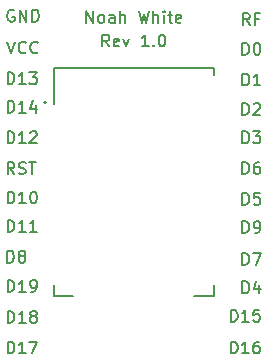
<source format=gbr>
%TF.GenerationSoftware,KiCad,Pcbnew,(6.0.10)*%
%TF.CreationDate,2023-04-04T20:58:11-04:00*%
%TF.ProjectId,xbee_breakout,78626565-5f62-4726-9561-6b6f75742e6b,rev?*%
%TF.SameCoordinates,Original*%
%TF.FileFunction,Legend,Top*%
%TF.FilePolarity,Positive*%
%FSLAX46Y46*%
G04 Gerber Fmt 4.6, Leading zero omitted, Abs format (unit mm)*
G04 Created by KiCad (PCBNEW (6.0.10)) date 2023-04-04 20:58:11*
%MOMM*%
%LPD*%
G01*
G04 APERTURE LIST*
%ADD10C,0.150000*%
%ADD11C,0.127000*%
%ADD12C,0.200000*%
G04 APERTURE END LIST*
D10*
X135088571Y-27852380D02*
X134755238Y-27376190D01*
X134517142Y-27852380D02*
X134517142Y-26852380D01*
X134898095Y-26852380D01*
X134993333Y-26900000D01*
X135040952Y-26947619D01*
X135088571Y-27042857D01*
X135088571Y-27185714D01*
X135040952Y-27280952D01*
X134993333Y-27328571D01*
X134898095Y-27376190D01*
X134517142Y-27376190D01*
X135898095Y-27804761D02*
X135802857Y-27852380D01*
X135612380Y-27852380D01*
X135517142Y-27804761D01*
X135469523Y-27709523D01*
X135469523Y-27328571D01*
X135517142Y-27233333D01*
X135612380Y-27185714D01*
X135802857Y-27185714D01*
X135898095Y-27233333D01*
X135945714Y-27328571D01*
X135945714Y-27423809D01*
X135469523Y-27519047D01*
X136279047Y-27185714D02*
X136517142Y-27852380D01*
X136755238Y-27185714D01*
X138421904Y-27852380D02*
X137850476Y-27852380D01*
X138136190Y-27852380D02*
X138136190Y-26852380D01*
X138040952Y-26995238D01*
X137945714Y-27090476D01*
X137850476Y-27138095D01*
X138850476Y-27757142D02*
X138898095Y-27804761D01*
X138850476Y-27852380D01*
X138802857Y-27804761D01*
X138850476Y-27757142D01*
X138850476Y-27852380D01*
X139517142Y-26852380D02*
X139612380Y-26852380D01*
X139707619Y-26900000D01*
X139755238Y-26947619D01*
X139802857Y-27042857D01*
X139850476Y-27233333D01*
X139850476Y-27471428D01*
X139802857Y-27661904D01*
X139755238Y-27757142D01*
X139707619Y-27804761D01*
X139612380Y-27852380D01*
X139517142Y-27852380D01*
X139421904Y-27804761D01*
X139374285Y-27757142D01*
X139326666Y-27661904D01*
X139279047Y-27471428D01*
X139279047Y-27233333D01*
X139326666Y-27042857D01*
X139374285Y-26947619D01*
X139421904Y-26900000D01*
X139517142Y-26852380D01*
X133160000Y-25852380D02*
X133160000Y-24852380D01*
X133731428Y-25852380D01*
X133731428Y-24852380D01*
X134350476Y-25852380D02*
X134255238Y-25804761D01*
X134207619Y-25757142D01*
X134160000Y-25661904D01*
X134160000Y-25376190D01*
X134207619Y-25280952D01*
X134255238Y-25233333D01*
X134350476Y-25185714D01*
X134493333Y-25185714D01*
X134588571Y-25233333D01*
X134636190Y-25280952D01*
X134683809Y-25376190D01*
X134683809Y-25661904D01*
X134636190Y-25757142D01*
X134588571Y-25804761D01*
X134493333Y-25852380D01*
X134350476Y-25852380D01*
X135540952Y-25852380D02*
X135540952Y-25328571D01*
X135493333Y-25233333D01*
X135398095Y-25185714D01*
X135207619Y-25185714D01*
X135112380Y-25233333D01*
X135540952Y-25804761D02*
X135445714Y-25852380D01*
X135207619Y-25852380D01*
X135112380Y-25804761D01*
X135064761Y-25709523D01*
X135064761Y-25614285D01*
X135112380Y-25519047D01*
X135207619Y-25471428D01*
X135445714Y-25471428D01*
X135540952Y-25423809D01*
X136017142Y-25852380D02*
X136017142Y-24852380D01*
X136445714Y-25852380D02*
X136445714Y-25328571D01*
X136398095Y-25233333D01*
X136302857Y-25185714D01*
X136160000Y-25185714D01*
X136064761Y-25233333D01*
X136017142Y-25280952D01*
X137588571Y-24852380D02*
X137826666Y-25852380D01*
X138017142Y-25138095D01*
X138207619Y-25852380D01*
X138445714Y-24852380D01*
X138826666Y-25852380D02*
X138826666Y-24852380D01*
X139255238Y-25852380D02*
X139255238Y-25328571D01*
X139207619Y-25233333D01*
X139112380Y-25185714D01*
X138969523Y-25185714D01*
X138874285Y-25233333D01*
X138826666Y-25280952D01*
X139731428Y-25852380D02*
X139731428Y-25185714D01*
X139731428Y-24852380D02*
X139683809Y-24900000D01*
X139731428Y-24947619D01*
X139779047Y-24900000D01*
X139731428Y-24852380D01*
X139731428Y-24947619D01*
X140064761Y-25185714D02*
X140445714Y-25185714D01*
X140207619Y-24852380D02*
X140207619Y-25709523D01*
X140255238Y-25804761D01*
X140350476Y-25852380D01*
X140445714Y-25852380D01*
X141160000Y-25804761D02*
X141064761Y-25852380D01*
X140874285Y-25852380D01*
X140779047Y-25804761D01*
X140731428Y-25709523D01*
X140731428Y-25328571D01*
X140779047Y-25233333D01*
X140874285Y-25185714D01*
X141064761Y-25185714D01*
X141160000Y-25233333D01*
X141207619Y-25328571D01*
X141207619Y-25423809D01*
X140731428Y-25519047D01*
X145385714Y-53852380D02*
X145385714Y-52852380D01*
X145623809Y-52852380D01*
X145766666Y-52900000D01*
X145861904Y-52995238D01*
X145909523Y-53090476D01*
X145957142Y-53280952D01*
X145957142Y-53423809D01*
X145909523Y-53614285D01*
X145861904Y-53709523D01*
X145766666Y-53804761D01*
X145623809Y-53852380D01*
X145385714Y-53852380D01*
X146909523Y-53852380D02*
X146338095Y-53852380D01*
X146623809Y-53852380D02*
X146623809Y-52852380D01*
X146528571Y-52995238D01*
X146433333Y-53090476D01*
X146338095Y-53138095D01*
X147766666Y-52852380D02*
X147576190Y-52852380D01*
X147480952Y-52900000D01*
X147433333Y-52947619D01*
X147338095Y-53090476D01*
X147290476Y-53280952D01*
X147290476Y-53661904D01*
X147338095Y-53757142D01*
X147385714Y-53804761D01*
X147480952Y-53852380D01*
X147671428Y-53852380D01*
X147766666Y-53804761D01*
X147814285Y-53757142D01*
X147861904Y-53661904D01*
X147861904Y-53423809D01*
X147814285Y-53328571D01*
X147766666Y-53280952D01*
X147671428Y-53233333D01*
X147480952Y-53233333D01*
X147385714Y-53280952D01*
X147338095Y-53328571D01*
X147290476Y-53423809D01*
X145385714Y-51152380D02*
X145385714Y-50152380D01*
X145623809Y-50152380D01*
X145766666Y-50200000D01*
X145861904Y-50295238D01*
X145909523Y-50390476D01*
X145957142Y-50580952D01*
X145957142Y-50723809D01*
X145909523Y-50914285D01*
X145861904Y-51009523D01*
X145766666Y-51104761D01*
X145623809Y-51152380D01*
X145385714Y-51152380D01*
X146909523Y-51152380D02*
X146338095Y-51152380D01*
X146623809Y-51152380D02*
X146623809Y-50152380D01*
X146528571Y-50295238D01*
X146433333Y-50390476D01*
X146338095Y-50438095D01*
X147814285Y-50152380D02*
X147338095Y-50152380D01*
X147290476Y-50628571D01*
X147338095Y-50580952D01*
X147433333Y-50533333D01*
X147671428Y-50533333D01*
X147766666Y-50580952D01*
X147814285Y-50628571D01*
X147861904Y-50723809D01*
X147861904Y-50961904D01*
X147814285Y-51057142D01*
X147766666Y-51104761D01*
X147671428Y-51152380D01*
X147433333Y-51152380D01*
X147338095Y-51104761D01*
X147290476Y-51057142D01*
X146361904Y-48752380D02*
X146361904Y-47752380D01*
X146600000Y-47752380D01*
X146742857Y-47800000D01*
X146838095Y-47895238D01*
X146885714Y-47990476D01*
X146933333Y-48180952D01*
X146933333Y-48323809D01*
X146885714Y-48514285D01*
X146838095Y-48609523D01*
X146742857Y-48704761D01*
X146600000Y-48752380D01*
X146361904Y-48752380D01*
X147790476Y-48085714D02*
X147790476Y-48752380D01*
X147552380Y-47704761D02*
X147314285Y-48419047D01*
X147933333Y-48419047D01*
X146361904Y-46352380D02*
X146361904Y-45352380D01*
X146600000Y-45352380D01*
X146742857Y-45400000D01*
X146838095Y-45495238D01*
X146885714Y-45590476D01*
X146933333Y-45780952D01*
X146933333Y-45923809D01*
X146885714Y-46114285D01*
X146838095Y-46209523D01*
X146742857Y-46304761D01*
X146600000Y-46352380D01*
X146361904Y-46352380D01*
X147266666Y-45352380D02*
X147933333Y-45352380D01*
X147504761Y-46352380D01*
X146361904Y-43652380D02*
X146361904Y-42652380D01*
X146600000Y-42652380D01*
X146742857Y-42700000D01*
X146838095Y-42795238D01*
X146885714Y-42890476D01*
X146933333Y-43080952D01*
X146933333Y-43223809D01*
X146885714Y-43414285D01*
X146838095Y-43509523D01*
X146742857Y-43604761D01*
X146600000Y-43652380D01*
X146361904Y-43652380D01*
X147409523Y-43652380D02*
X147600000Y-43652380D01*
X147695238Y-43604761D01*
X147742857Y-43557142D01*
X147838095Y-43414285D01*
X147885714Y-43223809D01*
X147885714Y-42842857D01*
X147838095Y-42747619D01*
X147790476Y-42700000D01*
X147695238Y-42652380D01*
X147504761Y-42652380D01*
X147409523Y-42700000D01*
X147361904Y-42747619D01*
X147314285Y-42842857D01*
X147314285Y-43080952D01*
X147361904Y-43176190D01*
X147409523Y-43223809D01*
X147504761Y-43271428D01*
X147695238Y-43271428D01*
X147790476Y-43223809D01*
X147838095Y-43176190D01*
X147885714Y-43080952D01*
X146361904Y-41252380D02*
X146361904Y-40252380D01*
X146600000Y-40252380D01*
X146742857Y-40300000D01*
X146838095Y-40395238D01*
X146885714Y-40490476D01*
X146933333Y-40680952D01*
X146933333Y-40823809D01*
X146885714Y-41014285D01*
X146838095Y-41109523D01*
X146742857Y-41204761D01*
X146600000Y-41252380D01*
X146361904Y-41252380D01*
X147838095Y-40252380D02*
X147361904Y-40252380D01*
X147314285Y-40728571D01*
X147361904Y-40680952D01*
X147457142Y-40633333D01*
X147695238Y-40633333D01*
X147790476Y-40680952D01*
X147838095Y-40728571D01*
X147885714Y-40823809D01*
X147885714Y-41061904D01*
X147838095Y-41157142D01*
X147790476Y-41204761D01*
X147695238Y-41252380D01*
X147457142Y-41252380D01*
X147361904Y-41204761D01*
X147314285Y-41157142D01*
X146361904Y-38652380D02*
X146361904Y-37652380D01*
X146600000Y-37652380D01*
X146742857Y-37700000D01*
X146838095Y-37795238D01*
X146885714Y-37890476D01*
X146933333Y-38080952D01*
X146933333Y-38223809D01*
X146885714Y-38414285D01*
X146838095Y-38509523D01*
X146742857Y-38604761D01*
X146600000Y-38652380D01*
X146361904Y-38652380D01*
X147790476Y-37652380D02*
X147600000Y-37652380D01*
X147504761Y-37700000D01*
X147457142Y-37747619D01*
X147361904Y-37890476D01*
X147314285Y-38080952D01*
X147314285Y-38461904D01*
X147361904Y-38557142D01*
X147409523Y-38604761D01*
X147504761Y-38652380D01*
X147695238Y-38652380D01*
X147790476Y-38604761D01*
X147838095Y-38557142D01*
X147885714Y-38461904D01*
X147885714Y-38223809D01*
X147838095Y-38128571D01*
X147790476Y-38080952D01*
X147695238Y-38033333D01*
X147504761Y-38033333D01*
X147409523Y-38080952D01*
X147361904Y-38128571D01*
X147314285Y-38223809D01*
X146361904Y-36052380D02*
X146361904Y-35052380D01*
X146600000Y-35052380D01*
X146742857Y-35100000D01*
X146838095Y-35195238D01*
X146885714Y-35290476D01*
X146933333Y-35480952D01*
X146933333Y-35623809D01*
X146885714Y-35814285D01*
X146838095Y-35909523D01*
X146742857Y-36004761D01*
X146600000Y-36052380D01*
X146361904Y-36052380D01*
X147266666Y-35052380D02*
X147885714Y-35052380D01*
X147552380Y-35433333D01*
X147695238Y-35433333D01*
X147790476Y-35480952D01*
X147838095Y-35528571D01*
X147885714Y-35623809D01*
X147885714Y-35861904D01*
X147838095Y-35957142D01*
X147790476Y-36004761D01*
X147695238Y-36052380D01*
X147409523Y-36052380D01*
X147314285Y-36004761D01*
X147266666Y-35957142D01*
X146361904Y-33652380D02*
X146361904Y-32652380D01*
X146600000Y-32652380D01*
X146742857Y-32700000D01*
X146838095Y-32795238D01*
X146885714Y-32890476D01*
X146933333Y-33080952D01*
X146933333Y-33223809D01*
X146885714Y-33414285D01*
X146838095Y-33509523D01*
X146742857Y-33604761D01*
X146600000Y-33652380D01*
X146361904Y-33652380D01*
X147314285Y-32747619D02*
X147361904Y-32700000D01*
X147457142Y-32652380D01*
X147695238Y-32652380D01*
X147790476Y-32700000D01*
X147838095Y-32747619D01*
X147885714Y-32842857D01*
X147885714Y-32938095D01*
X147838095Y-33080952D01*
X147266666Y-33652380D01*
X147885714Y-33652380D01*
X146361904Y-31152380D02*
X146361904Y-30152380D01*
X146600000Y-30152380D01*
X146742857Y-30200000D01*
X146838095Y-30295238D01*
X146885714Y-30390476D01*
X146933333Y-30580952D01*
X146933333Y-30723809D01*
X146885714Y-30914285D01*
X146838095Y-31009523D01*
X146742857Y-31104761D01*
X146600000Y-31152380D01*
X146361904Y-31152380D01*
X147885714Y-31152380D02*
X147314285Y-31152380D01*
X147600000Y-31152380D02*
X147600000Y-30152380D01*
X147504761Y-30295238D01*
X147409523Y-30390476D01*
X147314285Y-30438095D01*
X146361904Y-28552380D02*
X146361904Y-27552380D01*
X146600000Y-27552380D01*
X146742857Y-27600000D01*
X146838095Y-27695238D01*
X146885714Y-27790476D01*
X146933333Y-27980952D01*
X146933333Y-28123809D01*
X146885714Y-28314285D01*
X146838095Y-28409523D01*
X146742857Y-28504761D01*
X146600000Y-28552380D01*
X146361904Y-28552380D01*
X147552380Y-27552380D02*
X147647619Y-27552380D01*
X147742857Y-27600000D01*
X147790476Y-27647619D01*
X147838095Y-27742857D01*
X147885714Y-27933333D01*
X147885714Y-28171428D01*
X147838095Y-28361904D01*
X147790476Y-28457142D01*
X147742857Y-28504761D01*
X147647619Y-28552380D01*
X147552380Y-28552380D01*
X147457142Y-28504761D01*
X147409523Y-28457142D01*
X147361904Y-28361904D01*
X147314285Y-28171428D01*
X147314285Y-27933333D01*
X147361904Y-27742857D01*
X147409523Y-27647619D01*
X147457142Y-27600000D01*
X147552380Y-27552380D01*
X146980952Y-26052380D02*
X146647619Y-25576190D01*
X146409523Y-26052380D02*
X146409523Y-25052380D01*
X146790476Y-25052380D01*
X146885714Y-25100000D01*
X146933333Y-25147619D01*
X146980952Y-25242857D01*
X146980952Y-25385714D01*
X146933333Y-25480952D01*
X146885714Y-25528571D01*
X146790476Y-25576190D01*
X146409523Y-25576190D01*
X147742857Y-25528571D02*
X147409523Y-25528571D01*
X147409523Y-26052380D02*
X147409523Y-25052380D01*
X147885714Y-25052380D01*
X126485714Y-53852380D02*
X126485714Y-52852380D01*
X126723809Y-52852380D01*
X126866666Y-52900000D01*
X126961904Y-52995238D01*
X127009523Y-53090476D01*
X127057142Y-53280952D01*
X127057142Y-53423809D01*
X127009523Y-53614285D01*
X126961904Y-53709523D01*
X126866666Y-53804761D01*
X126723809Y-53852380D01*
X126485714Y-53852380D01*
X128009523Y-53852380D02*
X127438095Y-53852380D01*
X127723809Y-53852380D02*
X127723809Y-52852380D01*
X127628571Y-52995238D01*
X127533333Y-53090476D01*
X127438095Y-53138095D01*
X128342857Y-52852380D02*
X129009523Y-52852380D01*
X128580952Y-53852380D01*
X126485714Y-51252380D02*
X126485714Y-50252380D01*
X126723809Y-50252380D01*
X126866666Y-50300000D01*
X126961904Y-50395238D01*
X127009523Y-50490476D01*
X127057142Y-50680952D01*
X127057142Y-50823809D01*
X127009523Y-51014285D01*
X126961904Y-51109523D01*
X126866666Y-51204761D01*
X126723809Y-51252380D01*
X126485714Y-51252380D01*
X128009523Y-51252380D02*
X127438095Y-51252380D01*
X127723809Y-51252380D02*
X127723809Y-50252380D01*
X127628571Y-50395238D01*
X127533333Y-50490476D01*
X127438095Y-50538095D01*
X128580952Y-50680952D02*
X128485714Y-50633333D01*
X128438095Y-50585714D01*
X128390476Y-50490476D01*
X128390476Y-50442857D01*
X128438095Y-50347619D01*
X128485714Y-50300000D01*
X128580952Y-50252380D01*
X128771428Y-50252380D01*
X128866666Y-50300000D01*
X128914285Y-50347619D01*
X128961904Y-50442857D01*
X128961904Y-50490476D01*
X128914285Y-50585714D01*
X128866666Y-50633333D01*
X128771428Y-50680952D01*
X128580952Y-50680952D01*
X128485714Y-50728571D01*
X128438095Y-50776190D01*
X128390476Y-50871428D01*
X128390476Y-51061904D01*
X128438095Y-51157142D01*
X128485714Y-51204761D01*
X128580952Y-51252380D01*
X128771428Y-51252380D01*
X128866666Y-51204761D01*
X128914285Y-51157142D01*
X128961904Y-51061904D01*
X128961904Y-50871428D01*
X128914285Y-50776190D01*
X128866666Y-50728571D01*
X128771428Y-50680952D01*
X126485714Y-48652380D02*
X126485714Y-47652380D01*
X126723809Y-47652380D01*
X126866666Y-47700000D01*
X126961904Y-47795238D01*
X127009523Y-47890476D01*
X127057142Y-48080952D01*
X127057142Y-48223809D01*
X127009523Y-48414285D01*
X126961904Y-48509523D01*
X126866666Y-48604761D01*
X126723809Y-48652380D01*
X126485714Y-48652380D01*
X128009523Y-48652380D02*
X127438095Y-48652380D01*
X127723809Y-48652380D02*
X127723809Y-47652380D01*
X127628571Y-47795238D01*
X127533333Y-47890476D01*
X127438095Y-47938095D01*
X128485714Y-48652380D02*
X128676190Y-48652380D01*
X128771428Y-48604761D01*
X128819047Y-48557142D01*
X128914285Y-48414285D01*
X128961904Y-48223809D01*
X128961904Y-47842857D01*
X128914285Y-47747619D01*
X128866666Y-47700000D01*
X128771428Y-47652380D01*
X128580952Y-47652380D01*
X128485714Y-47700000D01*
X128438095Y-47747619D01*
X128390476Y-47842857D01*
X128390476Y-48080952D01*
X128438095Y-48176190D01*
X128485714Y-48223809D01*
X128580952Y-48271428D01*
X128771428Y-48271428D01*
X128866666Y-48223809D01*
X128914285Y-48176190D01*
X128961904Y-48080952D01*
X126461904Y-46152380D02*
X126461904Y-45152380D01*
X126700000Y-45152380D01*
X126842857Y-45200000D01*
X126938095Y-45295238D01*
X126985714Y-45390476D01*
X127033333Y-45580952D01*
X127033333Y-45723809D01*
X126985714Y-45914285D01*
X126938095Y-46009523D01*
X126842857Y-46104761D01*
X126700000Y-46152380D01*
X126461904Y-46152380D01*
X127604761Y-45580952D02*
X127509523Y-45533333D01*
X127461904Y-45485714D01*
X127414285Y-45390476D01*
X127414285Y-45342857D01*
X127461904Y-45247619D01*
X127509523Y-45200000D01*
X127604761Y-45152380D01*
X127795238Y-45152380D01*
X127890476Y-45200000D01*
X127938095Y-45247619D01*
X127985714Y-45342857D01*
X127985714Y-45390476D01*
X127938095Y-45485714D01*
X127890476Y-45533333D01*
X127795238Y-45580952D01*
X127604761Y-45580952D01*
X127509523Y-45628571D01*
X127461904Y-45676190D01*
X127414285Y-45771428D01*
X127414285Y-45961904D01*
X127461904Y-46057142D01*
X127509523Y-46104761D01*
X127604761Y-46152380D01*
X127795238Y-46152380D01*
X127890476Y-46104761D01*
X127938095Y-46057142D01*
X127985714Y-45961904D01*
X127985714Y-45771428D01*
X127938095Y-45676190D01*
X127890476Y-45628571D01*
X127795238Y-45580952D01*
X126485714Y-43552380D02*
X126485714Y-42552380D01*
X126723809Y-42552380D01*
X126866666Y-42600000D01*
X126961904Y-42695238D01*
X127009523Y-42790476D01*
X127057142Y-42980952D01*
X127057142Y-43123809D01*
X127009523Y-43314285D01*
X126961904Y-43409523D01*
X126866666Y-43504761D01*
X126723809Y-43552380D01*
X126485714Y-43552380D01*
X128009523Y-43552380D02*
X127438095Y-43552380D01*
X127723809Y-43552380D02*
X127723809Y-42552380D01*
X127628571Y-42695238D01*
X127533333Y-42790476D01*
X127438095Y-42838095D01*
X128961904Y-43552380D02*
X128390476Y-43552380D01*
X128676190Y-43552380D02*
X128676190Y-42552380D01*
X128580952Y-42695238D01*
X128485714Y-42790476D01*
X128390476Y-42838095D01*
X126485714Y-41152380D02*
X126485714Y-40152380D01*
X126723809Y-40152380D01*
X126866666Y-40200000D01*
X126961904Y-40295238D01*
X127009523Y-40390476D01*
X127057142Y-40580952D01*
X127057142Y-40723809D01*
X127009523Y-40914285D01*
X126961904Y-41009523D01*
X126866666Y-41104761D01*
X126723809Y-41152380D01*
X126485714Y-41152380D01*
X128009523Y-41152380D02*
X127438095Y-41152380D01*
X127723809Y-41152380D02*
X127723809Y-40152380D01*
X127628571Y-40295238D01*
X127533333Y-40390476D01*
X127438095Y-40438095D01*
X128628571Y-40152380D02*
X128723809Y-40152380D01*
X128819047Y-40200000D01*
X128866666Y-40247619D01*
X128914285Y-40342857D01*
X128961904Y-40533333D01*
X128961904Y-40771428D01*
X128914285Y-40961904D01*
X128866666Y-41057142D01*
X128819047Y-41104761D01*
X128723809Y-41152380D01*
X128628571Y-41152380D01*
X128533333Y-41104761D01*
X128485714Y-41057142D01*
X128438095Y-40961904D01*
X128390476Y-40771428D01*
X128390476Y-40533333D01*
X128438095Y-40342857D01*
X128485714Y-40247619D01*
X128533333Y-40200000D01*
X128628571Y-40152380D01*
X127052380Y-38652380D02*
X126719047Y-38176190D01*
X126480952Y-38652380D02*
X126480952Y-37652380D01*
X126861904Y-37652380D01*
X126957142Y-37700000D01*
X127004761Y-37747619D01*
X127052380Y-37842857D01*
X127052380Y-37985714D01*
X127004761Y-38080952D01*
X126957142Y-38128571D01*
X126861904Y-38176190D01*
X126480952Y-38176190D01*
X127433333Y-38604761D02*
X127576190Y-38652380D01*
X127814285Y-38652380D01*
X127909523Y-38604761D01*
X127957142Y-38557142D01*
X128004761Y-38461904D01*
X128004761Y-38366666D01*
X127957142Y-38271428D01*
X127909523Y-38223809D01*
X127814285Y-38176190D01*
X127623809Y-38128571D01*
X127528571Y-38080952D01*
X127480952Y-38033333D01*
X127433333Y-37938095D01*
X127433333Y-37842857D01*
X127480952Y-37747619D01*
X127528571Y-37700000D01*
X127623809Y-37652380D01*
X127861904Y-37652380D01*
X128004761Y-37700000D01*
X128290476Y-37652380D02*
X128861904Y-37652380D01*
X128576190Y-38652380D02*
X128576190Y-37652380D01*
X126485714Y-36052380D02*
X126485714Y-35052380D01*
X126723809Y-35052380D01*
X126866666Y-35100000D01*
X126961904Y-35195238D01*
X127009523Y-35290476D01*
X127057142Y-35480952D01*
X127057142Y-35623809D01*
X127009523Y-35814285D01*
X126961904Y-35909523D01*
X126866666Y-36004761D01*
X126723809Y-36052380D01*
X126485714Y-36052380D01*
X128009523Y-36052380D02*
X127438095Y-36052380D01*
X127723809Y-36052380D02*
X127723809Y-35052380D01*
X127628571Y-35195238D01*
X127533333Y-35290476D01*
X127438095Y-35338095D01*
X128390476Y-35147619D02*
X128438095Y-35100000D01*
X128533333Y-35052380D01*
X128771428Y-35052380D01*
X128866666Y-35100000D01*
X128914285Y-35147619D01*
X128961904Y-35242857D01*
X128961904Y-35338095D01*
X128914285Y-35480952D01*
X128342857Y-36052380D01*
X128961904Y-36052380D01*
X126485714Y-33452380D02*
X126485714Y-32452380D01*
X126723809Y-32452380D01*
X126866666Y-32500000D01*
X126961904Y-32595238D01*
X127009523Y-32690476D01*
X127057142Y-32880952D01*
X127057142Y-33023809D01*
X127009523Y-33214285D01*
X126961904Y-33309523D01*
X126866666Y-33404761D01*
X126723809Y-33452380D01*
X126485714Y-33452380D01*
X128009523Y-33452380D02*
X127438095Y-33452380D01*
X127723809Y-33452380D02*
X127723809Y-32452380D01*
X127628571Y-32595238D01*
X127533333Y-32690476D01*
X127438095Y-32738095D01*
X128866666Y-32785714D02*
X128866666Y-33452380D01*
X128628571Y-32404761D02*
X128390476Y-33119047D01*
X129009523Y-33119047D01*
X126485714Y-31052380D02*
X126485714Y-30052380D01*
X126723809Y-30052380D01*
X126866666Y-30100000D01*
X126961904Y-30195238D01*
X127009523Y-30290476D01*
X127057142Y-30480952D01*
X127057142Y-30623809D01*
X127009523Y-30814285D01*
X126961904Y-30909523D01*
X126866666Y-31004761D01*
X126723809Y-31052380D01*
X126485714Y-31052380D01*
X128009523Y-31052380D02*
X127438095Y-31052380D01*
X127723809Y-31052380D02*
X127723809Y-30052380D01*
X127628571Y-30195238D01*
X127533333Y-30290476D01*
X127438095Y-30338095D01*
X128342857Y-30052380D02*
X128961904Y-30052380D01*
X128628571Y-30433333D01*
X128771428Y-30433333D01*
X128866666Y-30480952D01*
X128914285Y-30528571D01*
X128961904Y-30623809D01*
X128961904Y-30861904D01*
X128914285Y-30957142D01*
X128866666Y-31004761D01*
X128771428Y-31052380D01*
X128485714Y-31052380D01*
X128390476Y-31004761D01*
X128342857Y-30957142D01*
X126466666Y-27452380D02*
X126800000Y-28452380D01*
X127133333Y-27452380D01*
X128038095Y-28357142D02*
X127990476Y-28404761D01*
X127847619Y-28452380D01*
X127752380Y-28452380D01*
X127609523Y-28404761D01*
X127514285Y-28309523D01*
X127466666Y-28214285D01*
X127419047Y-28023809D01*
X127419047Y-27880952D01*
X127466666Y-27690476D01*
X127514285Y-27595238D01*
X127609523Y-27500000D01*
X127752380Y-27452380D01*
X127847619Y-27452380D01*
X127990476Y-27500000D01*
X128038095Y-27547619D01*
X129038095Y-28357142D02*
X128990476Y-28404761D01*
X128847619Y-28452380D01*
X128752380Y-28452380D01*
X128609523Y-28404761D01*
X128514285Y-28309523D01*
X128466666Y-28214285D01*
X128419047Y-28023809D01*
X128419047Y-27880952D01*
X128466666Y-27690476D01*
X128514285Y-27595238D01*
X128609523Y-27500000D01*
X128752380Y-27452380D01*
X128847619Y-27452380D01*
X128990476Y-27500000D01*
X129038095Y-27547619D01*
X127038095Y-24800000D02*
X126942857Y-24752380D01*
X126800000Y-24752380D01*
X126657142Y-24800000D01*
X126561904Y-24895238D01*
X126514285Y-24990476D01*
X126466666Y-25180952D01*
X126466666Y-25323809D01*
X126514285Y-25514285D01*
X126561904Y-25609523D01*
X126657142Y-25704761D01*
X126800000Y-25752380D01*
X126895238Y-25752380D01*
X127038095Y-25704761D01*
X127085714Y-25657142D01*
X127085714Y-25323809D01*
X126895238Y-25323809D01*
X127514285Y-25752380D02*
X127514285Y-24752380D01*
X128085714Y-25752380D01*
X128085714Y-24752380D01*
X128561904Y-25752380D02*
X128561904Y-24752380D01*
X128800000Y-24752380D01*
X128942857Y-24800000D01*
X129038095Y-24895238D01*
X129085714Y-24990476D01*
X129133333Y-25180952D01*
X129133333Y-25323809D01*
X129085714Y-25514285D01*
X129038095Y-25609523D01*
X128942857Y-25704761D01*
X128800000Y-25752380D01*
X128561904Y-25752380D01*
D11*
%TO.C,U1*%
X143929100Y-49022000D02*
X143929100Y-48050000D01*
X130390900Y-49022000D02*
X132010000Y-49022000D01*
X142310000Y-49022000D02*
X143929100Y-49022000D01*
X130390900Y-32760000D02*
X130390900Y-29718000D01*
X143929100Y-29718000D02*
X143929100Y-30240000D01*
X130390900Y-29718000D02*
X143929100Y-29718000D01*
X130390900Y-48050000D02*
X130390900Y-49022000D01*
D12*
X129760000Y-32620000D02*
G75*
G03*
X129760000Y-32620000I-100000J0D01*
G01*
%TD*%
M02*

</source>
